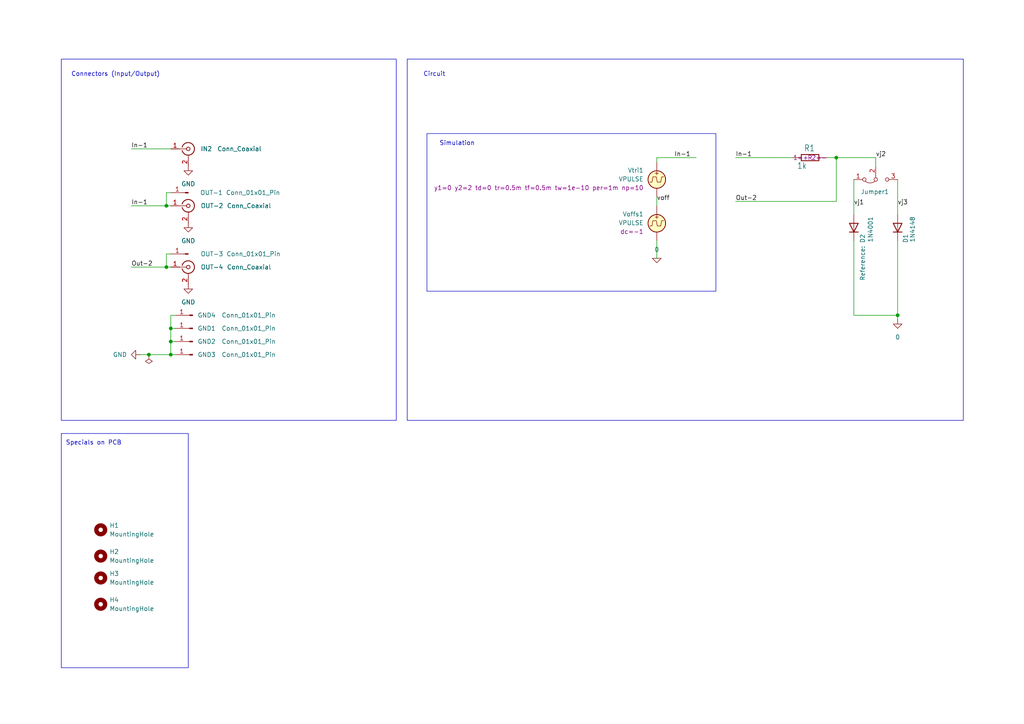
<source format=kicad_sch>
(kicad_sch (version 20250114) (generator "eeschema") (generator_version "9.0")
  (paper "A4")
  (title_block (title "Diode") (date "2025-12-11") (rev "1.2") (company "Hochschule Bremen") (comment 1 "City University of Applied Sciences"))
  (lib_symbols
    (symbol "Connector:Conn_01x01_Pin" (pin_names (offset 1.016) (hide yes))
      (property "Reference" "J" (at 0 2.54 0))
      (property "Value" "Conn_01x01_Pin" (at 0 -2.54 0))
      (symbol "Conn_01x01_Pin_1_1"
        (rectangle (start 0.8636 0.127) (end 0 -0.127) (stroke (width 0.1524)) (fill (type outline)))
        (polyline (pts (xy 1.27 0) (xy 0.8636 0)) (stroke (width 0.1524)))
        (pin passive line (at 5.08 0 180) (length 3.81) (name "Pin_1") (number "1"))
      )
    )
    (symbol "Connector:Conn_Coaxial" (pin_names (offset 1.016) (hide yes))
      (property "Reference" "J" (at 0.254 3.048 0))
      (property "Value" "Conn_Coaxial" (at 2.921 0 90))
      (symbol "Conn_Coaxial_0_1"
        (polyline (pts (xy -2.54 0) (xy -0.508 0)))
        (arc (start 1.778 0) (mid 0.222 -1.8079) (end -1.778 -0.508) (stroke (width 0.254)))
        (arc (start -1.778 0.508) (mid 0.2221 1.8084) (end 1.778 0) (stroke (width 0.254)))
        (circle (center 0 0) (radius 0.508) (stroke (width 0.2032)))
        (polyline (pts (xy 0 -2.54) (xy 0 -1.778)))
      )
      (symbol "Conn_Coaxial_1_1"
        (pin passive line (at -5.08 0 0) (length 2.54) (name "In") (number "1"))
        (pin passive line (at 0 -5.08 90) (length 2.54) (name "Ext") (number "2"))
      )
    )
    (symbol "Diode:1N4001" (pin_numbers (hide yes)) (pin_names (hide yes))
      (property "Reference" "D" (at 0 2.54 0))
      (property "Value" "1N4001" (at 0 -2.54 0))
      (symbol "1N4001_0_1"
        (polyline (pts (xy -1.27 1.27) (xy -1.27 -1.27)) (stroke (width 0.254)))
        (polyline (pts (xy 1.27 1.27) (xy 1.27 -1.27) (xy -1.27 0) (xy 1.27 1.27)) (stroke (width 0.254)))
        (polyline (pts (xy 1.27 0) (xy -1.27 0)))
      )
      (symbol "1N4001_1_1"
        (pin passive line (at -3.81 0 0) (length 2.54) (name "K") (number "1"))
        (pin passive line (at 3.81 0 180) (length 2.54) (name "A") (number "2"))
      )
    )
    (symbol "Diode:1N4148" (pin_numbers (hide yes)) (pin_names (hide yes))
      (property "Reference" "D" (at 0 2.54 0))
      (property "Value" "1N4148" (at 0 -2.54 0))
      (symbol "1N4148_0_1"
        (polyline (pts (xy -1.27 1.27) (xy -1.27 -1.27)) (stroke (width 0.254)))
        (polyline (pts (xy 1.27 1.27) (xy 1.27 -1.27) (xy -1.27 0) (xy 1.27 1.27)) (stroke (width 0.254)))
        (polyline (pts (xy 1.27 0) (xy -1.27 0)))
      )
      (symbol "1N4148_1_1"
        (pin passive line (at -3.81 0 0) (length 2.54) (name "K") (number "1"))
        (pin passive line (at 3.81 0 180) (length 2.54) (name "A") (number "2"))
      )
    )
    (symbol "Diodenmessung-eagle-import:R-EU_0411/15"
      (property "Reference" "R" (at -3.81 1.4986 0))
      (symbol "R-EU_0411/15_1_0"
        (polyline (pts (xy -2.54 -0.889) (xy -2.54 0.889)) (stroke (width 0.254)))
        (polyline (pts (xy -2.54 -0.889) (xy 2.54 -0.889)) (stroke (width 0.254)))
        (polyline (pts (xy 2.54 0.889) (xy -2.54 0.889)) (stroke (width 0.254)))
        (polyline (pts (xy 2.54 -0.889) (xy 2.54 0.889)) (stroke (width 0.254)))
        (pin passive line (at -5.08 0 0) (length 2.54) (name "1") (number "1"))
        (pin passive line (at 5.08 0 180) (length 2.54) (name "2") (number "2"))
      )
    )
    (symbol "Jumper:Jumper_3_Bridged12" (pin_names (offset 0) (hide yes)) (in_bom no)
      (property "Reference" "JP" (at -2.54 -2.54 0))
      (property "Value" "Jumper_3_Bridged12" (at 0 2.794 0))
      (symbol "Jumper_3_Bridged12_0_0"
        (circle (center -3.302 0) (radius 0.508))
        (circle (center 0 0) (radius 0.508))
        (circle (center 3.302 0) (radius 0.508))
      )
      (symbol "Jumper_3_Bridged12_0_1"
        (arc (start -3.048 0.508) (mid -1.651 0.9912) (end -0.254 0.508))
        (polyline (pts (xy 0 -1.27) (xy 0 -0.508)))
      )
      (symbol "Jumper_3_Bridged12_1_1"
        (pin passive line (at -6.35 0 0) (length 2.54) (name "A") (number "1"))
        (pin passive line (at 0 -3.81 90) (length 2.54) (name "C") (number "2"))
        (pin passive line (at 6.35 0 180) (length 2.54) (name "B") (number "3"))
      )
    )
    (symbol "Mechanical:MountingHole" (pin_names (offset 1.016)) (exclude_from_sim yes) (in_bom no)
      (property "Reference" "H" (at 0 5.08 0))
      (property "Value" "MountingHole" (at 0 3.175 0))
      (symbol "MountingHole_0_1"
        (circle (center 0 0) (radius 1.27) (stroke (width 1.27)))
      )
    )
    (symbol "Simulation_SPICE:0" (power) (pin_numbers (hide yes)) (pin_names (offset 0) (hide yes))
      (property "Value" "0" (at 0 -2.54 0))
      (symbol "0_0_1"
        (polyline (pts (xy -1.27 0) (xy 0 -1.27) (xy 1.27 0) (xy -1.27 0)))
      )
      (symbol "0_1_1"
        (pin power_in line (at 0 0 0) (length 0) (name "~") (number "1"))
      )
    )
    (symbol "Simulation_SPICE:VPULSE" (pin_numbers (hide yes)) (pin_names (offset 0.0254))
      (property "Reference" "V" (at 2.54 2.54 0))
      (property "Value" "VPULSE" (at 2.54 0 0))
      (property "Sim.Params" "y1=0 y2=1 td=2n tr=2n tf=2n tw=50n per=100n" (at 2.54 -2.54 0))
      (symbol "VPULSE_0_0"
        (polyline (pts (xy -2.032 -0.762) (xy -1.397 -0.762) (xy -1.143 0.762) (xy -0.127 0.762) (xy 0.127 -0.762) (xy 1.143 -0.762) (xy 1.397 0.762) (xy 2.032 0.762)))
        (text "+" (at 0 1.905 0) (effects (font (size 1.27 1.27))))
      )
      (symbol "VPULSE_0_1"
        (circle (center 0 0) (radius 2.54) (stroke (width 0.254)) (fill (type background)))
      )
      (symbol "VPULSE_1_1"
        (pin passive line (at 0 5.08 270) (length 2.54) (name "~") (number "1"))
        (pin passive line (at 0 -5.08 90) (length 2.54) (name "~") (number "2"))
      )
    )
    (symbol "power:GND" (power) (pin_numbers (hide yes)) (pin_names (offset 0) (hide yes))
      (property "Value" "GND" (at 0 -3.81 0))
      (symbol "GND_0_1"
        (polyline (pts (xy 0 0) (xy 0 -1.27) (xy 1.27 -1.27) (xy 0 -2.54) (xy -1.27 -1.27) (xy 0 -1.27)))
      )
      (symbol "GND_1_1"
        (pin power_in line (at 0 0 270) (length 0) (name "~") (number "1"))
      )
    )
    (symbol "power:PWR_FLAG" (power) (pin_numbers (hide yes)) (pin_names (offset 0) (hide yes))
      (property "Value" "PWR_FLAG" (at 0 3.81 0))
      (symbol "PWR_FLAG_0_0"
        (pin power_out line (at 0 0 90) (length 0) (name "~") (number "1"))
      )
      (symbol "PWR_FLAG_0_1"
        (polyline (pts (xy 0 0) (xy 0 1.27) (xy -1.016 1.905) (xy 0 2.54) (xy 1.016 1.905) (xy 0 1.27)))
      )
    )
  )
  (rectangle (start 123.825 38.735) (end 207.645 84.455))
  (rectangle (start 118.11 17.145) (end 279.4 121.92))
  (rectangle (start 17.78 17.145) (end 114.935 121.92))
  (rectangle (start 17.78 125.73) (end 54.61 193.675))
  (text "Circuit" (at 125.984 21.59 0) (effects (font (size 1.27 1.27))))
  (text "Simulation" (at 132.588 41.656 0) (effects (font (size 1.27 1.27))))
  (text "Connectors (Input/Output)" (at 33.528 21.59 0) (effects (font (size 1.27 1.27))))
  (text "Specials on PCB" (at 27.178 128.524 0) (effects (font (size 1.27 1.27))))
  (junction (at 242.57 45.72))
  (junction (at 43.18 102.87))
  (junction (at 48.26 77.47))
  (junction (at 48.26 59.69))
  (junction (at 49.53 95.25))
  (junction (at 260.35 91.44))
  (junction (at 49.53 102.87))
  (junction (at 49.53 99.06))
  (wire (pts (xy 50.8 99.06) (xy 49.53 99.06)))
  (wire (pts (xy 49.53 95.25) (xy 49.53 99.06)))
  (wire (pts (xy 242.57 58.42) (xy 242.57 45.72)) (stroke (width 0.1524)))
  (wire (pts (xy 48.26 55.88) (xy 48.26 59.69)))
  (wire (pts (xy 49.53 99.06) (xy 49.53 102.87)))
  (wire (pts (xy 260.35 91.44) (xy 260.35 92.71)) (stroke (width 0.1524)))
  (wire (pts (xy 49.53 55.88) (xy 48.26 55.88)))
  (wire (pts (xy 247.65 91.44) (xy 260.35 91.44)) (stroke (width 0.1524)))
  (wire (pts (xy 48.26 73.66) (xy 48.26 77.47)))
  (wire (pts (xy 260.35 69.85) (xy 260.35 91.44)))
  (wire (pts (xy 247.65 69.85) (xy 247.65 91.44)))
  (wire (pts (xy 190.5 45.72) (xy 201.93 45.72)))
  (wire (pts (xy 48.26 59.69) (xy 49.53 59.69)))
  (wire (pts (xy 247.65 52.07) (xy 247.65 62.23)))
  (wire (pts (xy 224.79 45.72) (xy 229.87 45.72)) (stroke (width 0.1524)))
  (wire (pts (xy 49.53 73.66) (xy 48.26 73.66)))
  (wire (pts (xy 48.26 77.47) (xy 49.53 77.47)))
  (wire (pts (xy 43.18 102.87) (xy 49.53 102.87)))
  (wire (pts (xy 213.36 45.72) (xy 224.79 45.72)))
  (wire (pts (xy 260.35 52.07) (xy 260.35 62.23)))
  (wire (pts (xy 190.5 57.15) (xy 190.5 59.69)))
  (wire (pts (xy 213.36 58.42) (xy 242.57 58.42)) (stroke (width 0.1524)))
  (wire (pts (xy 38.1 43.18) (xy 49.53 43.18)))
  (wire (pts (xy 190.5 46.99) (xy 190.5 45.72)))
  (wire (pts (xy 190.5 69.85) (xy 190.5 74.93)))
  (wire (pts (xy 242.57 45.72) (xy 254 45.72)) (stroke (width 0.1524)))
  (wire (pts (xy 240.03 45.72) (xy 242.57 45.72)) (stroke (width 0.1524)))
  (wire (pts (xy 254 45.72) (xy 254 48.26)))
  (wire (pts (xy 38.1 59.69) (xy 48.26 59.69)))
  (wire (pts (xy 49.53 102.87) (xy 50.8 102.87)))
  (wire (pts (xy 50.8 91.44) (xy 49.53 91.44)))
  (wire (pts (xy 38.1 77.47) (xy 48.26 77.47)))
  (wire (pts (xy 50.8 95.25) (xy 49.53 95.25)))
  (wire (pts (xy 40.64 102.87) (xy 43.18 102.87)))
  (wire (pts (xy 49.53 91.44) (xy 49.53 95.25)))
  (label "vj2" (at 254 45.72 0))
  (label "vj3" (at 260.35 59.69 0))
  (label "voff" (at 190.5 58.42 0))
  (label "In-1" (at 38.1 59.69 0))
  (label "In-1" (at 213.36 45.72 0))
  (label "Out-2" (at 38.1 77.47 0))
  (label "In-1" (at 38.1 43.18 0))
  (label "In-1" (at 195.58 45.72 0))
  (label "Out-2" (at 213.36 58.42 0))
  (label "vj1" (at 247.65 59.69 0))
  (symbol (lib_id "power:GND") (at 260.35 92.71 0) (unit 1)
    (property "Reference" "#PWR02" (effects (hide yes)))
    (property "Value" "0" (at 260.35 97.79 0))
    (property "Description" "Power symbol creates a global label with name \"GND\" , ground" (effects (hide yes)))
  )
  (symbol (lib_id "Mechanical:MountingHole") (at 29.21 167.64 0) (unit 1) (exclude_from_sim yes) (in_bom no)
    (property "Reference" "H3" (at 31.75 166.3699 0) (effects (justify left)))
    (property "Value" "MountingHole" (at 31.75 168.9099 0) (effects (justify left)))
    (property "Footprint" "MountingHole:MountingHole_3.2mm_M3" (effects (hide yes)))
    (property "Description" "Mounting Hole without connection" (effects (hide yes)))
  )
  (symbol (lib_id "Diode:1N4148") (at 260.35 66.04 90) (unit 1)
    (property "Reference" "D1" (at 262.636 67.818 0) (effects (justify right)))
    (property "Value" "1N4148" (at 264.668 62.738 0) (effects (justify right)))
    (property "Footprint" "Diode_THT:D_DO-35_SOD27_P10.16mm_Horizontal" (effects (hide yes)))
    (property "Datasheet" "https://assets.nexperia.com/documents/data-sheet/1N4148_1N4448.pdf" (effects (hide yes)))
    (property "Description" "100V 0.15A standard switching diode, DO-35" (effects (hide yes)))
    (property "Sim.Device" "D" (effects (hide yes)))
    (property "Sim.Pins" "1=K 2=A" (effects (hide yes)))
    (property "Sim.Library" "lib/1n4148.cir" (effects (hide yes)))
    (property "Sim.Name" "D1N4148" (effects (hide yes)))
  )
  (symbol (lib_id "Jumper:Jumper_3_Bridged12") (at 254 52.07 0) (mirror x) (unit 1) (in_bom no)
    (property "Reference" "Jumper1" (at 253.746 55.626 0))
    (property "Value" "Jumper_3_Bridged12" (effects (hide yes)))
    (property "Footprint" "Connector_PinHeader_2.54mm:PinHeader_1x03_P2.54mm_Vertical" (effects (hide yes)))
    (property "Description" "Jumper, 3-pole, pins 1+2 closed/bridged" (effects (hide yes)))
    (property "Sim.Library" "lib/jumper.cir" (effects (hide yes)))
    (property "Sim.Name" "myjumper" (effects (hide yes)))
    (property "Sim.Device" "SUBCKT" (effects (hide yes)))
    (property "Sim.Pins" "1=1 2=2 3=3" (effects (hide yes)))
  )
  (symbol (lib_id "Connector:Conn_Coaxial") (at 54.61 43.18 0) (unit 1) (exclude_from_sim yes)
    (property "Reference" "IN2" (at 58.166 43.18 0) (effects (justify left)))
    (property "Value" "Conn_Coaxial" (at 62.992 43.18 0) (effects (justify left)))
    (property "Footprint" "Connector_Coaxial:SMA_Samtec_SMA-J-P-H-ST-EM1_EdgeMount" (effects (hide yes)))
    (property "Description" "coaxial connector (BNC, SMA, SMB, SMC, Cinch/RCA, LEMO, ...)" (effects (hide yes)))
  )
  (symbol (lib_id "Connector:Conn_01x01_Pin") (at 55.88 99.06 180) (unit 1) (exclude_from_sim yes)
    (property "Reference" "GND2" (at 59.944 99.06 0))
    (property "Value" "Conn_01x01_Pin" (at 72.136 99.06 0))
    (property "Footprint" "Connector_PinHeader_2.54mm:PinHeader_1x01_P2.54mm_Vertical" (effects (hide yes)))
    (property "Description" "Generic connector, single row, 01x01, script generated" (effects (hide yes)))
  )
  (symbol (lib_id "Diodenmessung-eagle-import:R-EU_0411/15") (at 234.95 45.72 0) (unit 1)
    (property "Reference" "R1" (at 233.172 43.942 0) (effects (font (size 1.778 1.5113)) (justify left bottom)))
    (property "Value" "1k" (at 231.14 49.022 0) (effects (font (size 1.778 1.5113)) (justify left bottom)))
    (property "Footprint" "Resistor_THT:R_Axial_DIN0411_L9.9mm_D3.6mm_P15.24mm_Horizontal" (effects (hide yes)))
    (property "Sim.Device" "R" (at 234.95 45.72 0))
    (property "Sim.Pins" "1=+ 2=-" (at 234.95 45.72 0))
  )
  (symbol (lib_id "Diode:1N4001") (at 247.65 66.04 90) (unit 1)
    (property "Reference" "D2" (at 250.19 67.818 0) (show_name yes) (effects (justify right)))
    (property "Value" "1N4001" (at 252.476 62.738 0) (effects (justify right)))
    (property "Footprint" "Diode_THT:D_DO-41_SOD81_P10.16mm_Horizontal" (effects (hide yes)))
    (property "Datasheet" "http://www.vishay.com/docs/88503/1n4001.pdf" (effects (hide yes)))
    (property "Description" "50V 1A General Purpose Rectifier Diode, DO-41" (effects (hide yes)))
    (property "Sim.Device" "D" (effects (hide yes)))
    (property "Sim.Pins" "1=K 2=A" (effects (hide yes)))
    (property "Sim.Library" "lib/1n4001.cir" (effects (hide yes)))
    (property "Sim.Name" "D1N4001" (effects (hide yes)))
  )
  (symbol (lib_id "Simulation_SPICE:0") (at 190.5 74.93 0) (unit 1)
    (property "Reference" "#GND01" (effects (hide yes)))
    (property "Value" "0" (at 190.5 72.39 0))
    (property "Datasheet" "https://ngspice.sourceforge.io/docs/ngspice-html-manual/manual.xhtml#subsec_Circuit_elements__device" (effects (hide yes)))
    (property "Description" "0V reference potential for simulation" (effects (hide yes)))
  )
  (symbol (lib_id "Connector:Conn_01x01_Pin") (at 54.61 73.66 180) (unit 1) (exclude_from_sim yes)
    (property "Reference" "OUT-3" (at 61.468 73.66 0))
    (property "Value" "Conn_01x01_Pin" (at 73.533 73.66 0))
    (property "Footprint" "Connector_PinHeader_2.54mm:PinHeader_1x01_P2.54mm_Vertical" (effects (hide yes)))
    (property "Description" "Generic connector, single row, 01x01, script generated" (effects (hide yes)))
  )
  (symbol (lib_id "Mechanical:MountingHole") (at 29.21 153.67 0) (unit 1) (exclude_from_sim yes) (in_bom no)
    (property "Reference" "H1" (at 31.75 152.3999 0) (effects (justify left)))
    (property "Value" "MountingHole" (at 31.75 154.9399 0) (effects (justify left)))
    (property "Footprint" "MountingHole:MountingHole_3.2mm_M3" (effects (hide yes)))
    (property "Description" "Mounting Hole without connection" (effects (hide yes)))
  )
  (symbol (lib_id "power:GND") (at 40.64 102.87 270) (unit 1) (exclude_from_sim yes)
    (property "Reference" "#PWR01" (effects (hide yes)))
    (property "Value" "GND" (at 36.83 102.8699 90) (effects (justify right)))
    (property "Description" "Power symbol creates a global label with name \"GND\" , ground" (effects (hide yes)))
  )
  (symbol (lib_id "Connector:Conn_01x01_Pin") (at 54.61 55.88 180) (unit 1) (exclude_from_sim yes)
    (property "Reference" "OUT-1" (at 61.341 55.88 0))
    (property "Value" "Conn_01x01_Pin" (at 73.406 55.88 0))
    (property "Footprint" "Connector_PinHeader_2.54mm:PinHeader_1x01_P2.54mm_Vertical" (effects (hide yes)))
    (property "Description" "Generic connector, single row, 01x01, script generated" (effects (hide yes)))
  )
  (symbol (lib_id "power:GND") (at 54.61 64.77 0) (unit 1) (exclude_from_sim yes)
    (property "Reference" "#PWR04" (effects (hide yes)))
    (property "Value" "GND" (at 54.61 69.85 0))
    (property "Description" "Power symbol creates a global label with name \"GND\" , ground" (effects (hide yes)))
  )
  (symbol (lib_id "power:PWR_FLAG") (at 43.18 102.87 180) (unit 1) (exclude_from_sim yes)
    (property "Reference" "#FLG01" (effects (hide yes)))
    (property "Value" "PWR_FLAG" (effects (hide yes)))
    (property "Description" "Special symbol for telling ERC where power comes from" (effects (hide yes)))
  )
  (symbol (lib_id "Connector:Conn_01x01_Pin") (at 55.88 95.25 180) (unit 1) (exclude_from_sim yes)
    (property "Reference" "GND1" (at 59.944 95.25 0))
    (property "Value" "Conn_01x01_Pin" (at 72.136 95.25 0))
    (property "Footprint" "Connector_PinHeader_2.54mm:PinHeader_1x01_P2.54mm_Vertical" (effects (hide yes)))
    (property "Description" "Generic connector, single row, 01x01, script generated" (effects (hide yes)))
  )
  (symbol (lib_id "Mechanical:MountingHole") (at 29.21 161.29 0) (unit 1) (exclude_from_sim yes) (in_bom no)
    (property "Reference" "H2" (at 31.75 160.0199 0) (effects (justify left)))
    (property "Value" "MountingHole" (at 31.75 162.5599 0) (effects (justify left)))
    (property "Footprint" "MountingHole:MountingHole_3.2mm_M3" (effects (hide yes)))
    (property "Description" "Mounting Hole without connection" (effects (hide yes)))
  )
  (symbol (lib_id "Connector:Conn_01x01_Pin") (at 55.88 91.44 180) (unit 1) (exclude_from_sim yes)
    (property "Reference" "GND4" (at 59.944 91.44 0))
    (property "Value" "Conn_01x01_Pin" (at 72.136 91.44 0))
    (property "Footprint" "Connector_PinHeader_2.54mm:PinHeader_1x01_P2.54mm_Vertical" (effects (hide yes)))
    (property "Description" "Generic connector, single row, 01x01, script generated" (effects (hide yes)))
  )
  (symbol (lib_id "Connector:Conn_01x01_Pin") (at 55.88 102.87 180) (unit 1) (exclude_from_sim yes)
    (property "Reference" "GND3" (at 59.944 102.87 0))
    (property "Value" "Conn_01x01_Pin" (at 72.136 102.87 0))
    (property "Footprint" "Connector_PinHeader_2.54mm:PinHeader_1x01_P2.54mm_Vertical" (effects (hide yes)))
    (property "Description" "Generic connector, single row, 01x01, script generated" (effects (hide yes)))
  )
  (symbol (lib_id "Simulation_SPICE:VPULSE") (at 190.5 52.07 0) (unit 1)
    (property "Reference" "Vtri1" (at 186.69 49.4001 0) (effects (justify right)))
    (property "Value" "VPULSE" (at 186.69 51.9401 0) (effects (justify right)))
    (property "Datasheet" "https://ngspice.sourceforge.io/docs/ngspice-html-manual/manual.xhtml#sec_Independent_Sources_for" (effects (hide yes)))
    (property "Description" "Voltage source, pulse" (effects (hide yes)))
    (property "Sim.Pins" "1=+ 2=-" (effects (hide yes)))
    (property "Sim.Type" "PULSE" (effects (hide yes)))
    (property "Sim.Device" "V" (effects (hide yes)))
    (property "Sim.Params" "y1=0 y2=2 td=0 tr=0.5m tf=0.5m tw=1e-10 per=1m np=10" (at 186.69 54.4801 0) (effects (justify right)))
  )
  (symbol (lib_id "power:GND") (at 54.61 48.26 0) (unit 1) (exclude_from_sim yes)
    (property "Reference" "#PWR05" (effects (hide yes)))
    (property "Value" "GND" (at 54.61 53.34 0))
    (property "Description" "Power symbol creates a global label with name \"GND\" , ground" (effects (hide yes)))
  )
  (symbol (lib_id "Connector:Conn_Coaxial") (at 54.61 77.47 0) (unit 1) (exclude_from_sim yes)
    (property "Reference" "OUT-4" (at 58.166 77.47 0) (effects (justify left)))
    (property "Value" "Conn_Coaxial" (at 65.786 77.47 0) (effects (justify left)))
    (property "Footprint" "Connector_Coaxial:SMA_Samtec_SMA-J-P-H-ST-EM1_EdgeMount" (effects (hide yes)))
    (property "Description" "coaxial connector (BNC, SMA, SMB, SMC, Cinch/RCA, LEMO, ...)" (effects (hide yes)))
  )
  (symbol (lib_id "power:GND") (at 54.61 82.55 0) (unit 1) (exclude_from_sim yes)
    (property "Reference" "#PWR03" (effects (hide yes)))
    (property "Value" "GND" (at 54.61 87.63 0))
    (property "Description" "Power symbol creates a global label with name \"GND\" , ground" (effects (hide yes)))
  )
  (symbol (lib_id "Mechanical:MountingHole") (at 29.21 175.26 0) (unit 1) (exclude_from_sim yes) (in_bom no)
    (property "Reference" "H4" (at 31.75 173.9899 0) (effects (justify left)))
    (property "Value" "MountingHole" (at 31.75 176.5299 0) (effects (justify left)))
    (property "Footprint" "MountingHole:MountingHole_3.2mm_M3" (effects (hide yes)))
    (property "Description" "Mounting Hole without connection" (effects (hide yes)))
  )
  (symbol (lib_id "Simulation_SPICE:VPULSE") (at 190.5 64.77 0) (unit 1)
    (property "Reference" "Voffs1" (at 186.69 62.1001 0) (effects (justify right)))
    (property "Value" "VPULSE" (at 186.69 64.6401 0) (effects (justify right)))
    (property "Datasheet" "https://ngspice.sourceforge.io/docs/ngspice-html-manual/manual.xhtml#sec_Independent_Sources_for" (effects (hide yes)))
    (property "Description" "Voltage source, pulse" (effects (hide yes)))
    (property "Sim.Pins" "1=+ 2=-" (effects (hide yes)))
    (property "Sim.Type" "DC" (effects (hide yes)))
    (property "Sim.Device" "V" (effects (hide yes)))
    (property "Sim.Params" "dc=-1" (at 186.69 67.1801 0) (effects (justify right)))
  )
  (symbol (lib_id "Connector:Conn_Coaxial") (at 54.61 59.69 0) (unit 1) (exclude_from_sim yes)
    (property "Reference" "OUT-2" (at 58.166 59.69 0) (effects (justify left)))
    (property "Value" "Conn_Coaxial" (at 65.786 59.69 0) (effects (justify left)))
    (property "Footprint" "Connector_Coaxial:SMA_Samtec_SMA-J-P-H-ST-EM1_EdgeMount" (effects (hide yes)))
    (property "Description" "coaxial connector (BNC, SMA, SMB, SMC, Cinch/RCA, LEMO, ...)" (effects (hide yes)))
  )
)
</source>
